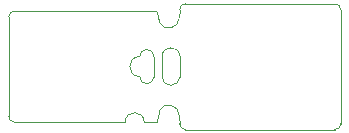
<source format=gbr>
%TF.GenerationSoftware,KiCad,Pcbnew,5.1.5+dfsg1-2~bpo10+1*%
%TF.CreationDate,2020-05-22T12:44:22+02:00*%
%TF.ProjectId,qomu-board,716f6d75-2d62-46f6-9172-642e6b696361,rev?*%
%TF.SameCoordinates,Original*%
%TF.FileFunction,Glue,Bot*%
%TF.FilePolarity,Positive*%
%FSLAX46Y46*%
G04 Gerber Fmt 4.6, Leading zero omitted, Abs format (unit mm)*
G04 Created by KiCad (PCBNEW 5.1.5+dfsg1-2~bpo10+1) date 2020-05-22 12:44:22 commit 5cfbf1f*
%MOMM*%
%LPD*%
G04 APERTURE LIST*
%ADD10C,0.050000*%
%ADD11C,0.010000*%
G04 APERTURE END LIST*
D10*
X45150000Y-26630000D02*
G75*
G02X44650000Y-27130000I-500000J0D01*
G01*
X44650000Y-16480000D02*
G75*
G02X45150000Y-16980000I0J-500000D01*
G01*
X31515000Y-22680000D02*
X31515000Y-20920000D01*
X29744948Y-25590113D02*
G75*
G02X31492032Y-25994015I831536J-383648D01*
G01*
X30015000Y-22610000D02*
G75*
G03X31515000Y-22680000I750000J-35000D01*
G01*
X30015000Y-21130000D02*
X30015000Y-20990000D01*
X29745000Y-18010000D02*
G75*
G03X31492032Y-17605985I831484J383761D01*
G01*
X17525000Y-17100000D02*
X29525000Y-17100000D01*
X31492032Y-17605985D02*
X31500000Y-16980000D01*
X31500000Y-26630000D02*
X31492032Y-25994015D01*
X30015000Y-20990000D02*
G75*
G02X31515000Y-20920000I750000J35000D01*
G01*
X45150000Y-26630000D02*
X45150000Y-16980000D01*
X32000000Y-27130000D02*
X44650000Y-27130000D01*
X32000000Y-16480000D02*
X44650000Y-16480000D01*
X31500000Y-26630000D02*
G75*
G03X32000000Y-27130000I500000J0D01*
G01*
X31500000Y-16980000D02*
G75*
G02X32000000Y-16480000I500000J0D01*
G01*
X17025000Y-26000000D02*
G75*
G03X17525000Y-26500000I500000J0D01*
G01*
D11*
X29325000Y-22650000D02*
G75*
G02X28125000Y-22650000I-600000J0D01*
G01*
X29325000Y-20950000D02*
G75*
G03X28125000Y-20950000I-600000J0D01*
G01*
X28125000Y-20950000D02*
G75*
G03X28125000Y-22650000I0J-850000D01*
G01*
D10*
X28500000Y-26500000D02*
G75*
G03X26900000Y-26500000I-800000J0D01*
G01*
X28500000Y-26500000D02*
X29525000Y-26500000D01*
D11*
X29325000Y-20950000D02*
X29325000Y-22650000D01*
D10*
X17525000Y-17100000D02*
G75*
G03X17025000Y-17600000I0J-500000D01*
G01*
X17025000Y-17600000D02*
X17025000Y-26000000D01*
X17525000Y-26500000D02*
X26900000Y-26500000D01*
X30025000Y-21800000D02*
X30025000Y-21670000D01*
X30025000Y-21670000D02*
X30025000Y-21530000D01*
X30025000Y-21530000D02*
X30025000Y-21400000D01*
X30025000Y-21400000D02*
X30025000Y-21260000D01*
X30025000Y-21260000D02*
X30015000Y-21130000D01*
X29745000Y-18010000D02*
X29735000Y-17910000D01*
X29735000Y-17910000D02*
X29715000Y-17820000D01*
X29715000Y-17820000D02*
X29695000Y-17720000D01*
X29695000Y-17720000D02*
X29675000Y-17640000D01*
X29675000Y-17640000D02*
X29655000Y-17550000D01*
X29655000Y-17550000D02*
X29645000Y-17460000D01*
X29645000Y-17460000D02*
X29625000Y-17380000D01*
X29625000Y-17380000D02*
X29605000Y-17300000D01*
X29605000Y-17300000D02*
X29585000Y-17230000D01*
X29585000Y-17230000D02*
X29555000Y-17150000D01*
X29555000Y-17150000D02*
X29525000Y-17100000D01*
X29525000Y-26500000D02*
X29555000Y-26450000D01*
X29555000Y-26450000D02*
X29585000Y-26370000D01*
X29585000Y-26370000D02*
X29605000Y-26300000D01*
X29605000Y-26300000D02*
X29625000Y-26220000D01*
X29625000Y-26220000D02*
X29645000Y-26140000D01*
X29645000Y-26140000D02*
X29655000Y-26050000D01*
X29655000Y-26050000D02*
X29675000Y-25960000D01*
X29675000Y-25960000D02*
X29695000Y-25880000D01*
X29695000Y-25880000D02*
X29715000Y-25780000D01*
X29715000Y-25780000D02*
X29735000Y-25690000D01*
X29735000Y-25690000D02*
X29745000Y-25590000D01*
X30015000Y-22610000D02*
X30015000Y-22470000D01*
X30015000Y-22470000D02*
X30025000Y-22340000D01*
X30025000Y-22340000D02*
X30025000Y-22200000D01*
X30025000Y-22200000D02*
X30025000Y-22070000D01*
X30025000Y-22070000D02*
X30025000Y-21930000D01*
X30025000Y-21930000D02*
X30025000Y-21800000D01*
M02*

</source>
